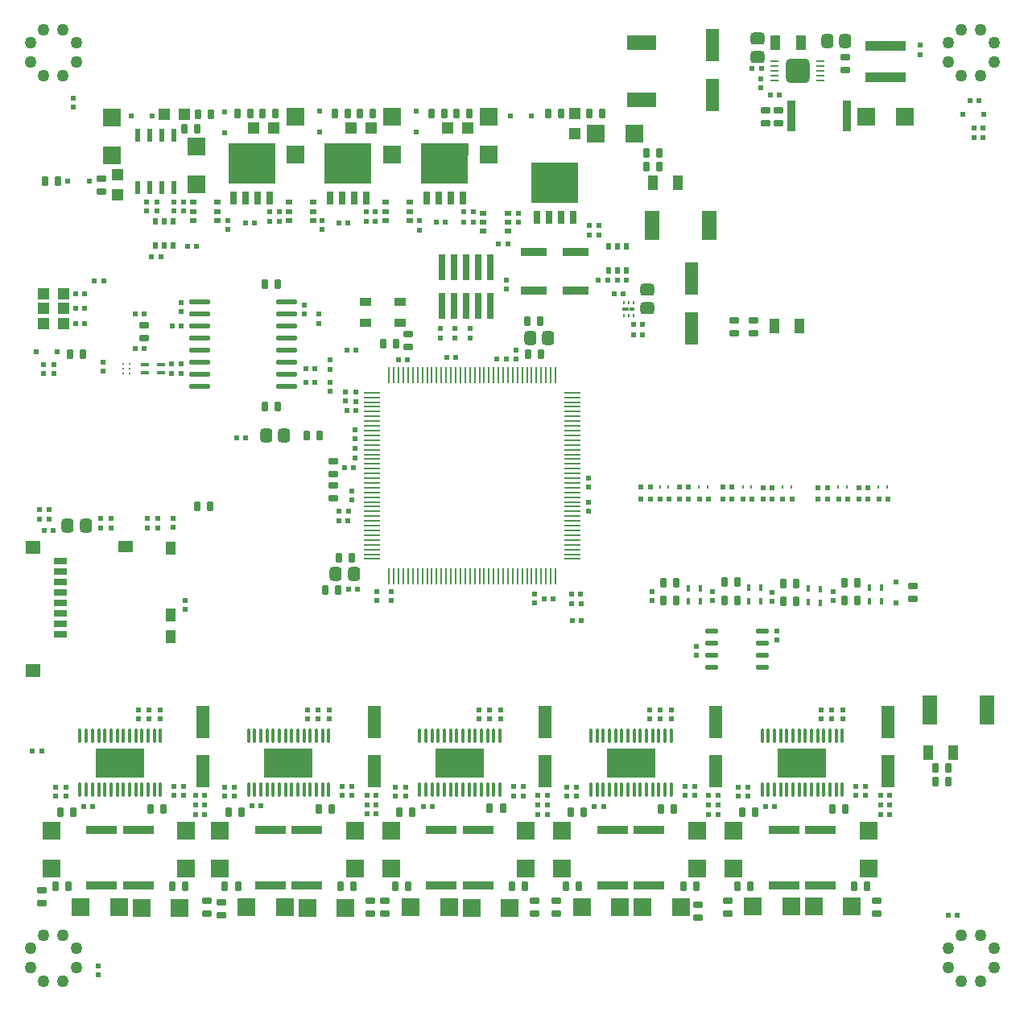
<source format=gtp>
G04 Layer_Color=8421504*
%FSLAX24Y24*%
%MOIN*%
G70*
G01*
G75*
%ADD12C,0.0500*%
%ADD26R,0.0110X0.0157*%
%ADD44R,0.0591X0.0453*%
%ADD134R,0.0256X0.0118*%
%ADD135R,0.0217X0.0118*%
G04:AMPARAMS|DCode=136|XSize=20mil|YSize=22mil|CornerRadius=3.4mil|HoleSize=0mil|Usage=FLASHONLY|Rotation=180.000|XOffset=0mil|YOffset=0mil|HoleType=Round|Shape=RoundedRectangle|*
%AMROUNDEDRECTD136*
21,1,0.0200,0.0152,0,0,180.0*
21,1,0.0132,0.0220,0,0,180.0*
1,1,0.0068,-0.0066,0.0076*
1,1,0.0068,0.0066,0.0076*
1,1,0.0068,0.0066,-0.0076*
1,1,0.0068,-0.0066,-0.0076*
%
%ADD136ROUNDEDRECTD136*%
%ADD137R,0.1279X0.0334*%
G04:AMPARAMS|DCode=138|XSize=20mil|YSize=22mil|CornerRadius=3.4mil|HoleSize=0mil|Usage=FLASHONLY|Rotation=270.000|XOffset=0mil|YOffset=0mil|HoleType=Round|Shape=RoundedRectangle|*
%AMROUNDEDRECTD138*
21,1,0.0200,0.0152,0,0,270.0*
21,1,0.0132,0.0220,0,0,270.0*
1,1,0.0068,-0.0076,-0.0066*
1,1,0.0068,-0.0076,0.0066*
1,1,0.0068,0.0076,0.0066*
1,1,0.0068,0.0076,-0.0066*
%
%ADD138ROUNDEDRECTD138*%
G04:AMPARAMS|DCode=139|XSize=27.1mil|YSize=37.4mil|CornerRadius=4.8mil|HoleSize=0mil|Usage=FLASHONLY|Rotation=0.000|XOffset=0mil|YOffset=0mil|HoleType=Round|Shape=RoundedRectangle|*
%AMROUNDEDRECTD139*
21,1,0.0271,0.0277,0,0,0.0*
21,1,0.0175,0.0374,0,0,0.0*
1,1,0.0097,0.0087,-0.0139*
1,1,0.0097,-0.0087,-0.0139*
1,1,0.0097,-0.0087,0.0139*
1,1,0.0097,0.0087,0.0139*
%
%ADD139ROUNDEDRECTD139*%
%ADD140R,0.0452X0.0334*%
%ADD141R,0.0216X0.0315*%
%ADD142R,0.0315X0.0216*%
%ADD143O,0.0571X0.0216*%
%ADD144O,0.0886X0.0216*%
G04:AMPARAMS|DCode=145|XSize=103mil|YSize=103mil|CornerRadius=25.3mil|HoleSize=0mil|Usage=FLASHONLY|Rotation=0.000|XOffset=0mil|YOffset=0mil|HoleType=Round|Shape=RoundedRectangle|*
%AMROUNDEDRECTD145*
21,1,0.1030,0.0525,0,0,0.0*
21,1,0.0525,0.1030,0,0,0.0*
1,1,0.0505,0.0263,-0.0263*
1,1,0.0505,-0.0263,-0.0263*
1,1,0.0505,-0.0263,0.0263*
1,1,0.0505,0.0263,0.0263*
%
%ADD145ROUNDEDRECTD145*%
%ADD146R,0.0382X0.0098*%
%ADD147O,0.0098X0.0689*%
%ADD148O,0.0689X0.0098*%
%ADD149R,0.1082X0.0374*%
G04:AMPARAMS|DCode=150|XSize=27.1mil|YSize=37.4mil|CornerRadius=4.8mil|HoleSize=0mil|Usage=FLASHONLY|Rotation=270.000|XOffset=0mil|YOffset=0mil|HoleType=Round|Shape=RoundedRectangle|*
%AMROUNDEDRECTD150*
21,1,0.0271,0.0277,0,0,270.0*
21,1,0.0175,0.0374,0,0,270.0*
1,1,0.0097,-0.0139,-0.0087*
1,1,0.0097,-0.0139,0.0087*
1,1,0.0097,0.0139,0.0087*
1,1,0.0097,0.0139,-0.0087*
%
%ADD150ROUNDEDRECTD150*%
%ADD151R,0.0334X0.1279*%
%ADD152R,0.1950X0.1680*%
%ADD153R,0.0260X0.0540*%
%ADD154R,0.0220X0.0580*%
%ADD155R,0.0460X0.0460*%
%ADD156R,0.0334X0.0137*%
%ADD157R,0.1653X0.0445*%
G04:AMPARAMS|DCode=158|XSize=50mil|YSize=58mil|CornerRadius=12mil|HoleSize=0mil|Usage=FLASHONLY|Rotation=0.000|XOffset=0mil|YOffset=0mil|HoleType=Round|Shape=RoundedRectangle|*
%AMROUNDEDRECTD158*
21,1,0.0500,0.0340,0,0,0.0*
21,1,0.0260,0.0580,0,0,0.0*
1,1,0.0240,0.0130,-0.0170*
1,1,0.0240,-0.0130,-0.0170*
1,1,0.0240,-0.0130,0.0170*
1,1,0.0240,0.0130,0.0170*
%
%ADD158ROUNDEDRECTD158*%
%ADD159R,0.0275X0.1082*%
%ADD160R,0.0433X0.0571*%
%ADD161R,0.0571X0.0295*%
%ADD162R,0.0649X0.0531*%
%ADD163R,0.0460X0.0460*%
%ADD164R,0.0770X0.0770*%
%ADD165R,0.0770X0.0770*%
%ADD166R,0.0220X0.0220*%
%ADD167R,0.0108X0.0086*%
%ADD168R,0.0180X0.0260*%
%ADD169R,0.0220X0.0220*%
%ADD170R,0.0610X0.1240*%
%ADD171R,0.1240X0.0610*%
G04:AMPARAMS|DCode=172|XSize=50mil|YSize=58mil|CornerRadius=12mil|HoleSize=0mil|Usage=FLASHONLY|Rotation=90.000|XOffset=0mil|YOffset=0mil|HoleType=Round|Shape=RoundedRectangle|*
%AMROUNDEDRECTD172*
21,1,0.0500,0.0340,0,0,90.0*
21,1,0.0260,0.0580,0,0,90.0*
1,1,0.0240,0.0170,0.0130*
1,1,0.0240,0.0170,-0.0130*
1,1,0.0240,-0.0170,-0.0130*
1,1,0.0240,-0.0170,0.0130*
%
%ADD172ROUNDEDRECTD172*%
%ADD173R,0.0413X0.0649*%
%ADD174R,0.0531X0.1319*%
%ADD175R,0.0098X0.0137*%
%ADD176O,0.0118X0.0649*%
%ADD177R,0.2035X0.1200*%
G36*
X17631Y33643D02*
Y33592D01*
X17419D01*
Y33643D01*
X17454Y33679D01*
X17596D01*
X17631Y33643D01*
D02*
G37*
G36*
X18010D02*
Y33592D01*
X17800D01*
Y33643D01*
X17840Y33679D01*
X17980D01*
X18010Y33643D01*
D02*
G37*
G36*
X17257Y33640D02*
Y33592D01*
X17116D01*
Y33683D01*
X17214D01*
X17257Y33640D01*
D02*
G37*
G36*
X14000Y33643D02*
Y33592D01*
X13790D01*
Y33643D01*
X13830Y33679D01*
X13970D01*
X14000Y33643D01*
D02*
G37*
G36*
X14300Y33592D02*
X14170D01*
Y33640D01*
X14210Y33683D01*
X14300D01*
Y33592D01*
D02*
G37*
G36*
X21808Y34200D02*
X21773Y34170D01*
X21623D01*
X21584Y34210D01*
Y34450D01*
X21808D01*
Y34200D01*
D02*
G37*
G36*
X22186D02*
X22151Y34170D01*
X22001D01*
X21962Y34210D01*
Y34450D01*
X22186D01*
Y34200D01*
D02*
G37*
G36*
X23235Y33930D02*
X23135D01*
Y34450D01*
X23235D01*
Y33930D01*
D02*
G37*
G36*
X18310Y33592D02*
X18180D01*
Y33640D01*
X18220Y33683D01*
X18310D01*
Y33592D01*
D02*
G37*
G36*
X21415Y33930D02*
X21304D01*
Y34450D01*
X21415D01*
Y33930D01*
D02*
G37*
G36*
X22865Y32792D02*
X22735D01*
Y32840D01*
X22775Y32883D01*
X22865D01*
Y32792D01*
D02*
G37*
G36*
X9262Y33640D02*
Y33592D01*
X9120D01*
Y33683D01*
X9219D01*
X9262Y33640D01*
D02*
G37*
G36*
X22565Y32843D02*
Y32792D01*
X22355D01*
Y32843D01*
X22395Y32879D01*
X22535D01*
X22565Y32843D01*
D02*
G37*
G36*
X21812Y32840D02*
Y32792D01*
X21670D01*
Y32883D01*
X21769D01*
X21812Y32840D01*
D02*
G37*
G36*
X22186Y32843D02*
Y32792D01*
X21974D01*
Y32843D01*
X22009Y32879D01*
X22151D01*
X22186Y32843D01*
D02*
G37*
G36*
X13247Y33640D02*
Y33592D01*
X13106D01*
Y33683D01*
X13204D01*
X13247Y33640D01*
D02*
G37*
G36*
X13621Y33643D02*
Y33592D01*
X13409D01*
Y33643D01*
X13444Y33679D01*
X13586D01*
X13621Y33643D01*
D02*
G37*
G36*
X10315Y33592D02*
X10185D01*
Y33640D01*
X10225Y33683D01*
X10315D01*
Y33592D01*
D02*
G37*
G36*
X9636Y33643D02*
Y33592D01*
X9424D01*
Y33643D01*
X9459Y33679D01*
X9601D01*
X9636Y33643D01*
D02*
G37*
G36*
X10015D02*
Y33592D01*
X9805D01*
Y33643D01*
X9845Y33679D01*
X9985D01*
X10015Y33643D01*
D02*
G37*
G36*
X13621Y35000D02*
X13586Y34970D01*
X13436D01*
X13397Y35010D01*
Y35250D01*
X13621D01*
Y35000D01*
D02*
G37*
G36*
X14000Y35010D02*
X13960Y34970D01*
X13820D01*
X13780Y35010D01*
Y35250D01*
X14000D01*
Y35010D01*
D02*
G37*
G36*
X13243Y35000D02*
X13208Y34970D01*
X13058D01*
X13019Y35010D01*
Y35250D01*
X13243D01*
Y35000D01*
D02*
G37*
G36*
X10015Y35010D02*
X9975Y34970D01*
X9835D01*
X9795Y35010D01*
Y35250D01*
X10015D01*
Y35010D01*
D02*
G37*
G36*
X10385D02*
X10355Y34970D01*
X10205D01*
X10165Y35010D01*
Y35250D01*
X10385D01*
Y35010D01*
D02*
G37*
G36*
X18010D02*
X17970Y34970D01*
X17830D01*
X17790Y35010D01*
Y35250D01*
X18010D01*
Y35010D01*
D02*
G37*
G36*
X18380D02*
X18350Y34970D01*
X18200D01*
X18160Y35010D01*
Y35250D01*
X18380D01*
Y35010D01*
D02*
G37*
G36*
X17631Y35000D02*
X17596Y34970D01*
X17446D01*
X17407Y35010D01*
Y35250D01*
X17631D01*
Y35000D01*
D02*
G37*
G36*
X14370Y35010D02*
X14340Y34970D01*
X14190D01*
X14150Y35010D01*
Y35250D01*
X14370D01*
Y35010D01*
D02*
G37*
G36*
X17253Y35000D02*
X17218Y34970D01*
X17068D01*
X17029Y35010D01*
Y35250D01*
X17253D01*
Y35000D01*
D02*
G37*
G36*
X10685Y34730D02*
X10585D01*
Y35250D01*
X10685D01*
Y34730D01*
D02*
G37*
G36*
X12850D02*
X12739D01*
Y35250D01*
X12850D01*
Y34730D01*
D02*
G37*
G36*
X8865D02*
X8754D01*
Y35250D01*
X8865D01*
Y34730D01*
D02*
G37*
G36*
X22565Y34210D02*
X22525Y34170D01*
X22385D01*
X22345Y34210D01*
Y34450D01*
X22565D01*
Y34210D01*
D02*
G37*
G36*
X22935D02*
X22905Y34170D01*
X22755D01*
X22715Y34210D01*
Y34450D01*
X22935D01*
Y34210D01*
D02*
G37*
G36*
X9258Y35000D02*
X9223Y34970D01*
X9073D01*
X9034Y35010D01*
Y35250D01*
X9258D01*
Y35000D01*
D02*
G37*
G36*
X9636D02*
X9601Y34970D01*
X9451D01*
X9412Y35010D01*
Y35250D01*
X9636D01*
Y35000D01*
D02*
G37*
G36*
X18680Y34730D02*
X18580D01*
Y35250D01*
X18680D01*
Y34730D01*
D02*
G37*
G36*
X14670D02*
X14570D01*
Y35250D01*
X14670D01*
Y34730D01*
D02*
G37*
G36*
X16860D02*
X16749D01*
Y35250D01*
X16860D01*
Y34730D01*
D02*
G37*
D12*
X40445Y1106D02*
D03*
Y1894D02*
D03*
X39894Y2445D02*
D03*
X39106D02*
D03*
X38555Y1894D02*
D03*
Y1106D02*
D03*
X39106Y555D02*
D03*
X39894D02*
D03*
X40445Y38606D02*
D03*
Y39394D02*
D03*
X39894Y39945D02*
D03*
X39106D02*
D03*
X38555Y39394D02*
D03*
Y38606D02*
D03*
X39106Y38055D02*
D03*
X39894D02*
D03*
X2445Y38606D02*
D03*
Y39394D02*
D03*
X1894Y39945D02*
D03*
X1106D02*
D03*
X555Y39394D02*
D03*
Y38606D02*
D03*
X1106Y38055D02*
D03*
X1894D02*
D03*
X2445Y1106D02*
D03*
Y1894D02*
D03*
X1894Y2445D02*
D03*
X1106D02*
D03*
X555Y1894D02*
D03*
Y1106D02*
D03*
X1106Y555D02*
D03*
X1894D02*
D03*
D26*
X25123Y28114D02*
D03*
X25320D02*
D03*
X25517D02*
D03*
Y28626D02*
D03*
X25320D02*
D03*
X25123D02*
D03*
D44*
X4493Y18549D02*
D03*
D134*
X25192Y28370D02*
D03*
D135*
X25468D02*
D03*
D136*
X21949Y8234D02*
D03*
X21570D02*
D03*
X6789Y25720D02*
D03*
X6410D02*
D03*
X12339Y25900D02*
D03*
X11960D02*
D03*
X6789Y26110D02*
D03*
X6410D02*
D03*
X12329Y25350D02*
D03*
X11950D02*
D03*
X13939Y21820D02*
D03*
X13560D02*
D03*
X13650Y26690D02*
D03*
X14029D02*
D03*
X23349Y16170D02*
D03*
X22970D02*
D03*
X3201Y29550D02*
D03*
X3580D02*
D03*
X1019Y10060D02*
D03*
X640D02*
D03*
X38551Y3280D02*
D03*
X38930D02*
D03*
X39447Y37006D02*
D03*
X39826D02*
D03*
X1320Y19690D02*
D03*
X941D02*
D03*
X39616Y35467D02*
D03*
X39995D02*
D03*
X30433Y38334D02*
D03*
X30812D02*
D03*
X2800Y29010D02*
D03*
X2421D02*
D03*
X24850Y29560D02*
D03*
X25229D02*
D03*
X23710Y31850D02*
D03*
X24089D02*
D03*
X23710Y31430D02*
D03*
X24089D02*
D03*
X18510Y32400D02*
D03*
X18889D02*
D03*
X22961Y16570D02*
D03*
X23340D02*
D03*
X18510Y31970D02*
D03*
X18889D02*
D03*
X17360D02*
D03*
X17739D02*
D03*
X14450Y32400D02*
D03*
X14829D02*
D03*
X14450Y32000D02*
D03*
X14829D02*
D03*
X13330Y31950D02*
D03*
X13709D02*
D03*
X10470Y32400D02*
D03*
X10849D02*
D03*
X10470Y32000D02*
D03*
X10849D02*
D03*
X23359Y15480D02*
D03*
X22980D02*
D03*
X9460Y31940D02*
D03*
X9839D02*
D03*
X7061Y30990D02*
D03*
X7440D02*
D03*
X9460Y23040D02*
D03*
X9081D02*
D03*
X14869Y7460D02*
D03*
X14490D02*
D03*
X7759Y7450D02*
D03*
X7380D02*
D03*
X36129Y8240D02*
D03*
X35750D02*
D03*
X29019Y8230D02*
D03*
X28640D02*
D03*
X14869Y8240D02*
D03*
X14490D02*
D03*
X7759D02*
D03*
X7380D02*
D03*
X34400Y20520D02*
D03*
X34021D02*
D03*
X30440D02*
D03*
X30061D02*
D03*
X27010Y20519D02*
D03*
X26631D02*
D03*
X33171Y20520D02*
D03*
X33550D02*
D03*
X29231D02*
D03*
X29610D02*
D03*
X25841Y21000D02*
D03*
X26220D02*
D03*
X36060Y20520D02*
D03*
X35681D02*
D03*
X32090D02*
D03*
X31711D02*
D03*
X28630D02*
D03*
X28251D02*
D03*
X34851D02*
D03*
X35230D02*
D03*
X30881D02*
D03*
X31260D02*
D03*
X27431D02*
D03*
X27810D02*
D03*
X2420Y27790D02*
D03*
X2799D02*
D03*
X2420Y28400D02*
D03*
X2799D02*
D03*
X17780Y26370D02*
D03*
X18159D02*
D03*
X30992Y7770D02*
D03*
X31369D02*
D03*
X23903D02*
D03*
X24280D02*
D03*
X9726Y7800D02*
D03*
X10103D02*
D03*
X2757Y7770D02*
D03*
X3134D02*
D03*
X6420Y27660D02*
D03*
X6797D02*
D03*
X4900Y28180D02*
D03*
X5277D02*
D03*
X5270Y26730D02*
D03*
X4893D02*
D03*
X36127Y7840D02*
D03*
X35750D02*
D03*
X29017D02*
D03*
X28640D02*
D03*
X14867Y7850D02*
D03*
X14490D02*
D03*
X7757Y7840D02*
D03*
X7380D02*
D03*
X39992Y35867D02*
D03*
X39615D02*
D03*
X943Y20090D02*
D03*
X1320D02*
D03*
X31196Y37254D02*
D03*
X31573D02*
D03*
X35750Y7450D02*
D03*
X36127D02*
D03*
X28640D02*
D03*
X29017D02*
D03*
X25533Y27740D02*
D03*
X25910D02*
D03*
X25533Y27310D02*
D03*
X25910D02*
D03*
X25107Y29020D02*
D03*
X24730D02*
D03*
X22210Y16360D02*
D03*
X21833D02*
D03*
X19870Y26320D02*
D03*
X20247D02*
D03*
X33173Y20990D02*
D03*
X33550D02*
D03*
X29233Y21000D02*
D03*
X29610D02*
D03*
X25843Y20520D02*
D03*
X26220D02*
D03*
X13330Y19600D02*
D03*
X13707D02*
D03*
X13660Y24160D02*
D03*
X14037D02*
D03*
X13340Y20000D02*
D03*
X13717D02*
D03*
X34853Y20990D02*
D03*
X35230D02*
D03*
X30883D02*
D03*
X31260D02*
D03*
X27433Y21000D02*
D03*
X27810D02*
D03*
X14090Y16760D02*
D03*
X13713D02*
D03*
X16160Y26280D02*
D03*
X15783D02*
D03*
X16817Y7770D02*
D03*
X17194D02*
D03*
X21570Y7830D02*
D03*
X21947D02*
D03*
X21570Y7450D02*
D03*
X21947D02*
D03*
X24070Y29560D02*
D03*
X24447D02*
D03*
X20320Y31070D02*
D03*
X19943D02*
D03*
X5950Y30540D02*
D03*
X5573D02*
D03*
X1120Y19220D02*
D03*
X1497D02*
D03*
D137*
X19091Y6821D02*
D03*
Y4499D02*
D03*
X17571Y6821D02*
D03*
Y4499D02*
D03*
X31746Y6821D02*
D03*
Y4499D02*
D03*
X24657Y6821D02*
D03*
Y4499D02*
D03*
X10480Y6821D02*
D03*
Y4499D02*
D03*
X3511Y6821D02*
D03*
Y4499D02*
D03*
X33266Y6821D02*
D03*
Y4499D02*
D03*
X26177Y6821D02*
D03*
Y4499D02*
D03*
X12000Y6821D02*
D03*
Y4499D02*
D03*
X5031Y6821D02*
D03*
Y4499D02*
D03*
D138*
X3880Y19320D02*
D03*
Y19699D02*
D03*
X3460Y19320D02*
D03*
Y19699D02*
D03*
X5410Y19700D02*
D03*
Y19321D02*
D03*
X6455Y19325D02*
D03*
Y19704D02*
D03*
X1110Y25713D02*
D03*
Y26090D02*
D03*
X1540Y25710D02*
D03*
Y26089D02*
D03*
X13600Y24560D02*
D03*
Y24939D02*
D03*
X12950Y26269D02*
D03*
Y25890D02*
D03*
Y24961D02*
D03*
Y25340D02*
D03*
X2340Y36741D02*
D03*
Y37120D02*
D03*
X3350Y1189D02*
D03*
Y810D02*
D03*
X5830Y19700D02*
D03*
Y19321D02*
D03*
X30780Y37530D02*
D03*
Y37909D02*
D03*
X19124Y11410D02*
D03*
Y11789D02*
D03*
X19554Y11790D02*
D03*
Y11411D02*
D03*
X15671Y8587D02*
D03*
Y8208D02*
D03*
X20570Y8220D02*
D03*
Y8599D02*
D03*
X20970D02*
D03*
Y8220D02*
D03*
X20750Y31970D02*
D03*
Y32349D02*
D03*
X6890Y32430D02*
D03*
Y32809D02*
D03*
X6480Y32810D02*
D03*
Y32431D02*
D03*
X5790Y32810D02*
D03*
Y32431D02*
D03*
X5360Y32810D02*
D03*
Y32431D02*
D03*
X33300Y11410D02*
D03*
Y11789D02*
D03*
X26210Y11410D02*
D03*
Y11789D02*
D03*
X12033Y11410D02*
D03*
Y11789D02*
D03*
X5044Y11410D02*
D03*
Y11789D02*
D03*
X33730Y11790D02*
D03*
Y11411D02*
D03*
X26640Y11790D02*
D03*
Y11411D02*
D03*
X12463Y11790D02*
D03*
Y11411D02*
D03*
X5474Y11790D02*
D03*
Y11411D02*
D03*
X29846Y8208D02*
D03*
Y8587D02*
D03*
X22757Y8208D02*
D03*
Y8587D02*
D03*
X8580Y8208D02*
D03*
Y8587D02*
D03*
X1611Y8208D02*
D03*
Y8587D02*
D03*
X34740Y8609D02*
D03*
Y8230D02*
D03*
X27660Y8609D02*
D03*
Y8230D02*
D03*
X35140D02*
D03*
Y8609D02*
D03*
X28060Y8230D02*
D03*
Y8609D02*
D03*
X13870Y8230D02*
D03*
Y8609D02*
D03*
X6910Y8230D02*
D03*
Y8609D02*
D03*
X28140Y14041D02*
D03*
Y14420D02*
D03*
X20250Y29201D02*
D03*
Y29580D02*
D03*
X18750Y27181D02*
D03*
Y27560D02*
D03*
X18130Y27559D02*
D03*
Y27180D02*
D03*
X6970Y16310D02*
D03*
Y15931D02*
D03*
X6800Y28270D02*
D03*
Y28647D02*
D03*
X11900Y28170D02*
D03*
Y28547D02*
D03*
X12480Y28160D02*
D03*
Y27783D02*
D03*
X14880Y16670D02*
D03*
Y16293D02*
D03*
X15510Y16670D02*
D03*
Y16293D02*
D03*
X14020Y24553D02*
D03*
Y24930D02*
D03*
X17530Y27183D02*
D03*
Y27560D02*
D03*
X33790Y16297D02*
D03*
Y16674D02*
D03*
X31260Y16267D02*
D03*
Y16644D02*
D03*
X28800Y16684D02*
D03*
Y16307D02*
D03*
X26290Y16669D02*
D03*
Y16292D02*
D03*
X13470Y8230D02*
D03*
Y8607D02*
D03*
X6510Y8230D02*
D03*
Y8607D02*
D03*
X37380Y38923D02*
D03*
Y39300D02*
D03*
X23670Y21390D02*
D03*
Y21013D02*
D03*
X13990Y23000D02*
D03*
Y23377D02*
D03*
X21420Y16210D02*
D03*
Y16587D02*
D03*
X23660Y20010D02*
D03*
Y20387D02*
D03*
X20650Y26690D02*
D03*
Y26313D02*
D03*
X14000Y22600D02*
D03*
Y22223D02*
D03*
X13850Y20470D02*
D03*
Y20847D02*
D03*
X20024Y11410D02*
D03*
Y11787D02*
D03*
X16084Y8210D02*
D03*
Y8587D02*
D03*
X16660Y32030D02*
D03*
Y31653D02*
D03*
X12630Y32040D02*
D03*
Y31663D02*
D03*
X8720Y32040D02*
D03*
Y31663D02*
D03*
X34190Y11787D02*
D03*
Y11410D02*
D03*
X27110Y11787D02*
D03*
Y11410D02*
D03*
X12930Y11787D02*
D03*
Y11410D02*
D03*
X5944Y11787D02*
D03*
Y11410D02*
D03*
X30259Y8587D02*
D03*
Y8210D02*
D03*
X23170Y8587D02*
D03*
Y8210D02*
D03*
X8993Y8587D02*
D03*
Y8210D02*
D03*
X2024Y8587D02*
D03*
Y8210D02*
D03*
X3550Y26190D02*
D03*
Y25813D02*
D03*
X31460Y15037D02*
D03*
Y14660D02*
D03*
D139*
X7462Y20210D02*
D03*
X7998D02*
D03*
X13848Y18070D02*
D03*
X13312D02*
D03*
X21162Y26500D02*
D03*
X21698D02*
D03*
X34272Y16300D02*
D03*
X34808D02*
D03*
X31742Y16270D02*
D03*
X32278D02*
D03*
X29282Y16310D02*
D03*
X29818D02*
D03*
X26772Y16294D02*
D03*
X27308D02*
D03*
X34272Y17050D02*
D03*
X34808D02*
D03*
X31742Y17020D02*
D03*
X32278D02*
D03*
X29282Y17060D02*
D03*
X29818D02*
D03*
X26772Y17044D02*
D03*
X27308D02*
D03*
X24218Y36470D02*
D03*
X23682D02*
D03*
X18182D02*
D03*
X18718D02*
D03*
X14182Y36470D02*
D03*
X14718D02*
D03*
X10152Y36470D02*
D03*
X10688D02*
D03*
X8018Y36430D02*
D03*
X7482D02*
D03*
X2182Y26510D02*
D03*
X2718D02*
D03*
X10808Y29410D02*
D03*
X10272D02*
D03*
X15162Y26950D02*
D03*
X15698D02*
D03*
X38558Y9360D02*
D03*
X38022D02*
D03*
X38558Y8820D02*
D03*
X38022D02*
D03*
X11992Y23150D02*
D03*
X12528D02*
D03*
X12752Y16750D02*
D03*
X13288D02*
D03*
X21678Y27860D02*
D03*
X21142D02*
D03*
X26608Y34840D02*
D03*
X26072D02*
D03*
X26608Y34290D02*
D03*
X26072D02*
D03*
X19576Y7700D02*
D03*
X20112D02*
D03*
X16378Y7530D02*
D03*
X15842D02*
D03*
X20493Y4470D02*
D03*
X21029D02*
D03*
X15653Y4460D02*
D03*
X16189D02*
D03*
X21992Y36470D02*
D03*
X22528D02*
D03*
X17172Y36470D02*
D03*
X17708D02*
D03*
X13162Y36470D02*
D03*
X13698D02*
D03*
X9142D02*
D03*
X9678D02*
D03*
X6932Y35850D02*
D03*
X7468D02*
D03*
X1688Y33690D02*
D03*
X1152D02*
D03*
X33751Y7690D02*
D03*
X34286D02*
D03*
X26662D02*
D03*
X27198D02*
D03*
X12485D02*
D03*
X13021D02*
D03*
X5517D02*
D03*
X6052D02*
D03*
X30553Y7540D02*
D03*
X30018D02*
D03*
X23465D02*
D03*
X22929D02*
D03*
X9288D02*
D03*
X8752D02*
D03*
X2319D02*
D03*
X1784D02*
D03*
X35203Y4470D02*
D03*
X34668D02*
D03*
X28115D02*
D03*
X27579D02*
D03*
X13938D02*
D03*
X13402D02*
D03*
X6969D02*
D03*
X6434D02*
D03*
X30363Y4460D02*
D03*
X29828D02*
D03*
X23275D02*
D03*
X22739D02*
D03*
X9147D02*
D03*
X8611D02*
D03*
X2128Y4470D02*
D03*
X1592D02*
D03*
X10808Y24350D02*
D03*
X10272D02*
D03*
D140*
X14422Y28673D02*
D03*
X15878D02*
D03*
Y27807D02*
D03*
X14422D02*
D03*
D141*
X24486Y29968D02*
D03*
X24860D02*
D03*
X25234D02*
D03*
Y30972D02*
D03*
X24860D02*
D03*
X24486D02*
D03*
X5726Y30998D02*
D03*
X6100D02*
D03*
X6474D02*
D03*
Y32002D02*
D03*
X6100D02*
D03*
X5726D02*
D03*
D142*
X20312Y31606D02*
D03*
Y31980D02*
D03*
Y32354D02*
D03*
X19308D02*
D03*
Y31980D02*
D03*
Y31606D02*
D03*
X16252Y32046D02*
D03*
Y32420D02*
D03*
Y32794D02*
D03*
X15248D02*
D03*
Y32420D02*
D03*
Y32046D02*
D03*
X12272D02*
D03*
Y32420D02*
D03*
Y32794D02*
D03*
X11268D02*
D03*
Y32420D02*
D03*
Y32046D02*
D03*
X8302D02*
D03*
Y32420D02*
D03*
Y32794D02*
D03*
X7298D02*
D03*
Y32420D02*
D03*
Y32046D02*
D03*
D143*
X28747Y15040D02*
D03*
Y14540D02*
D03*
Y14040D02*
D03*
Y13540D02*
D03*
X30873Y15040D02*
D03*
Y14540D02*
D03*
Y14040D02*
D03*
Y13540D02*
D03*
D144*
X7549Y28660D02*
D03*
Y28160D02*
D03*
Y27660D02*
D03*
Y27160D02*
D03*
Y26660D02*
D03*
Y26160D02*
D03*
Y25660D02*
D03*
Y25160D02*
D03*
X11151Y28660D02*
D03*
Y28160D02*
D03*
Y27660D02*
D03*
Y27160D02*
D03*
Y26660D02*
D03*
Y26160D02*
D03*
Y25660D02*
D03*
Y25160D02*
D03*
D145*
X32313Y38244D02*
D03*
D146*
X33258Y37851D02*
D03*
Y38047D02*
D03*
Y38244D02*
D03*
Y38441D02*
D03*
Y38638D02*
D03*
X31368Y37851D02*
D03*
Y38047D02*
D03*
Y38244D02*
D03*
Y38441D02*
D03*
Y38638D02*
D03*
D147*
X22295Y25625D02*
D03*
X22098D02*
D03*
X21901D02*
D03*
X21704D02*
D03*
X21507D02*
D03*
X21311D02*
D03*
X21114D02*
D03*
X20917D02*
D03*
X20720D02*
D03*
X20523D02*
D03*
X20326D02*
D03*
X20130D02*
D03*
X19933D02*
D03*
X19736D02*
D03*
X19539D02*
D03*
X19342D02*
D03*
X19145D02*
D03*
X18948D02*
D03*
X18752D02*
D03*
X18555D02*
D03*
X18358D02*
D03*
X18161D02*
D03*
X17964D02*
D03*
X17767D02*
D03*
X17570D02*
D03*
X17374D02*
D03*
X17177D02*
D03*
X16980D02*
D03*
X16783D02*
D03*
X16586D02*
D03*
X16389D02*
D03*
X16193D02*
D03*
X15996D02*
D03*
X15799D02*
D03*
X15602D02*
D03*
X15405D02*
D03*
Y17317D02*
D03*
X15602D02*
D03*
X15799D02*
D03*
X15996D02*
D03*
X16193D02*
D03*
X16389D02*
D03*
X16586D02*
D03*
X16783D02*
D03*
X16980D02*
D03*
X17177D02*
D03*
X17374D02*
D03*
X17570D02*
D03*
X17767D02*
D03*
X17964D02*
D03*
X18161D02*
D03*
X18358D02*
D03*
X18555D02*
D03*
X18752D02*
D03*
X18948D02*
D03*
X19145D02*
D03*
X19342D02*
D03*
X19539D02*
D03*
X19736D02*
D03*
X19933D02*
D03*
X20130D02*
D03*
X20326D02*
D03*
X20523D02*
D03*
X20720D02*
D03*
X20917D02*
D03*
X21114D02*
D03*
X21311D02*
D03*
X21507D02*
D03*
X21704D02*
D03*
X21901D02*
D03*
X22098D02*
D03*
X22295D02*
D03*
D148*
X14696Y24916D02*
D03*
Y24719D02*
D03*
Y24522D02*
D03*
Y24325D02*
D03*
Y24128D02*
D03*
Y23932D02*
D03*
Y23735D02*
D03*
Y23538D02*
D03*
Y23341D02*
D03*
Y23144D02*
D03*
Y22947D02*
D03*
Y22751D02*
D03*
Y22554D02*
D03*
Y22357D02*
D03*
Y22160D02*
D03*
Y21963D02*
D03*
Y21766D02*
D03*
Y21569D02*
D03*
Y21373D02*
D03*
Y21176D02*
D03*
Y20979D02*
D03*
Y20782D02*
D03*
Y20585D02*
D03*
Y20388D02*
D03*
Y20192D02*
D03*
Y19995D02*
D03*
Y19798D02*
D03*
Y19601D02*
D03*
Y19404D02*
D03*
Y19207D02*
D03*
Y19010D02*
D03*
Y18814D02*
D03*
Y18617D02*
D03*
Y18420D02*
D03*
Y18223D02*
D03*
Y18026D02*
D03*
X23004D02*
D03*
Y18223D02*
D03*
Y18420D02*
D03*
Y18617D02*
D03*
Y18814D02*
D03*
Y19010D02*
D03*
Y19207D02*
D03*
Y19404D02*
D03*
Y19601D02*
D03*
Y19798D02*
D03*
Y19995D02*
D03*
Y20192D02*
D03*
Y20388D02*
D03*
Y20585D02*
D03*
Y20782D02*
D03*
Y20979D02*
D03*
Y21176D02*
D03*
Y21373D02*
D03*
Y21569D02*
D03*
Y21766D02*
D03*
Y21963D02*
D03*
Y22160D02*
D03*
Y22357D02*
D03*
Y22554D02*
D03*
Y22751D02*
D03*
Y22947D02*
D03*
Y23144D02*
D03*
Y23341D02*
D03*
Y23538D02*
D03*
Y23735D02*
D03*
Y23932D02*
D03*
Y24128D02*
D03*
Y24325D02*
D03*
Y24522D02*
D03*
Y24719D02*
D03*
Y24916D02*
D03*
D149*
X23116Y30727D02*
D03*
X21384Y29153D02*
D03*
X23116D02*
D03*
X21384Y30727D02*
D03*
D150*
X37090Y16372D02*
D03*
Y16908D02*
D03*
X30980Y36062D02*
D03*
Y36598D02*
D03*
X31533D02*
D03*
Y36062D02*
D03*
X3500Y33788D02*
D03*
Y33252D02*
D03*
X5270Y27182D02*
D03*
Y27718D02*
D03*
X16210Y27338D02*
D03*
Y26802D02*
D03*
X34293Y38802D02*
D03*
Y38267D02*
D03*
X13090Y22068D02*
D03*
Y21532D02*
D03*
X29700Y27898D02*
D03*
Y27362D02*
D03*
X30480Y27898D02*
D03*
Y27362D02*
D03*
X13090Y21068D02*
D03*
Y20532D02*
D03*
X21421Y3332D02*
D03*
Y3868D02*
D03*
X15241Y3332D02*
D03*
Y3868D02*
D03*
X35596D02*
D03*
Y3332D02*
D03*
X28210Y3718D02*
D03*
Y3182D02*
D03*
X14625Y3868D02*
D03*
Y3332D02*
D03*
X7855Y3868D02*
D03*
Y3332D02*
D03*
X29430Y3868D02*
D03*
Y3332D02*
D03*
X22327Y3868D02*
D03*
Y3332D02*
D03*
X8455Y3801D02*
D03*
Y3266D02*
D03*
X1043Y4323D02*
D03*
Y3787D02*
D03*
D151*
X32052Y36374D02*
D03*
X34375D02*
D03*
D152*
X22265Y33610D02*
D03*
X17710Y34410D02*
D03*
X13700D02*
D03*
X9715D02*
D03*
D153*
X23015Y32166D02*
D03*
X22515D02*
D03*
X22015D02*
D03*
X21515D02*
D03*
X18460Y32966D02*
D03*
X17960D02*
D03*
X17460D02*
D03*
X16960D02*
D03*
X14450D02*
D03*
X13950D02*
D03*
X13450D02*
D03*
X12950D02*
D03*
X10465D02*
D03*
X9965D02*
D03*
X9465D02*
D03*
X8965D02*
D03*
D154*
X5480Y33407D02*
D03*
Y35580D02*
D03*
X4980Y33407D02*
D03*
X5980D02*
D03*
X6480D02*
D03*
X4980Y35580D02*
D03*
X5980D02*
D03*
X6480D02*
D03*
D155*
X1080Y29010D02*
D03*
X1913D02*
D03*
X17820Y35890D02*
D03*
X18653D02*
D03*
X1080Y27790D02*
D03*
X1913D02*
D03*
X13830Y35890D02*
D03*
X14663D02*
D03*
X9810D02*
D03*
X10643D02*
D03*
X6090Y36430D02*
D03*
X6923D02*
D03*
X1080Y28400D02*
D03*
X1913D02*
D03*
D156*
X5975Y25753D02*
D03*
X5305D02*
D03*
Y26067D02*
D03*
X5975D02*
D03*
D157*
X35963Y39266D02*
D03*
Y37963D02*
D03*
D158*
X11070Y23130D02*
D03*
X10316D02*
D03*
X13210Y17420D02*
D03*
X13964D02*
D03*
X22010Y27190D02*
D03*
X21256D02*
D03*
X33553Y39484D02*
D03*
X34307D02*
D03*
X2850Y19400D02*
D03*
X2096D02*
D03*
D159*
X19590Y30109D02*
D03*
Y28511D02*
D03*
X19090Y30109D02*
D03*
Y28511D02*
D03*
X18590Y30109D02*
D03*
Y28511D02*
D03*
X18090Y30109D02*
D03*
Y28511D02*
D03*
X17590Y30109D02*
D03*
Y28511D02*
D03*
D160*
X6354Y14818D02*
D03*
Y15724D02*
D03*
Y18480D02*
D03*
D161*
X1796Y17929D02*
D03*
Y17495D02*
D03*
Y17062D02*
D03*
Y16629D02*
D03*
Y16196D02*
D03*
Y15763D02*
D03*
Y15330D02*
D03*
Y14897D02*
D03*
D162*
X655Y13421D02*
D03*
Y18499D02*
D03*
D163*
X4150Y33100D02*
D03*
Y33933D02*
D03*
X23110Y35640D02*
D03*
Y36473D02*
D03*
D164*
X32993Y3630D02*
D03*
X34570D02*
D03*
X25903Y3600D02*
D03*
X27480D02*
D03*
X12018Y3590D02*
D03*
X13595D02*
D03*
X5148D02*
D03*
X6725D02*
D03*
X32053Y3630D02*
D03*
X30476D02*
D03*
X24965Y3600D02*
D03*
X23387D02*
D03*
X11083D02*
D03*
X9505D02*
D03*
X4213D02*
D03*
X2635D02*
D03*
X36751Y36354D02*
D03*
X35173D02*
D03*
X20391Y3590D02*
D03*
X18814D02*
D03*
X16301Y3600D02*
D03*
X17879D02*
D03*
X25547Y35630D02*
D03*
X23970D02*
D03*
D165*
X35246Y6787D02*
D03*
Y5210D02*
D03*
X28157Y6787D02*
D03*
Y5210D02*
D03*
X13980Y6787D02*
D03*
Y5210D02*
D03*
X7011Y6787D02*
D03*
Y5210D02*
D03*
X29666Y6787D02*
D03*
Y5210D02*
D03*
X22577Y6787D02*
D03*
Y5210D02*
D03*
X8400Y6787D02*
D03*
Y5210D02*
D03*
X1431Y6787D02*
D03*
Y5210D02*
D03*
X21071D02*
D03*
Y6787D02*
D03*
X15491Y5210D02*
D03*
Y6787D02*
D03*
X19530Y36337D02*
D03*
Y34760D02*
D03*
X15530Y36357D02*
D03*
Y34780D02*
D03*
X11540Y36357D02*
D03*
Y34780D02*
D03*
X7420Y35117D02*
D03*
Y33540D02*
D03*
X3920Y34733D02*
D03*
Y36310D02*
D03*
D166*
X1660Y26620D02*
D03*
X787D02*
D03*
X39152Y36457D02*
D03*
X40025D02*
D03*
X21293Y36380D02*
D03*
X20420D02*
D03*
X5603D02*
D03*
X4730D02*
D03*
X2107Y33680D02*
D03*
X2980D02*
D03*
D167*
X4663Y25713D02*
D03*
Y25910D02*
D03*
X4397Y25713D02*
D03*
Y25910D02*
D03*
X4663Y26107D02*
D03*
X4397D02*
D03*
D168*
X35790Y16274D02*
D03*
Y16826D02*
D03*
X33270Y16776D02*
D03*
Y16224D02*
D03*
X30800Y16284D02*
D03*
Y16836D02*
D03*
X28290Y16820D02*
D03*
Y16269D02*
D03*
X35290Y16826D02*
D03*
Y16274D02*
D03*
X32760Y16244D02*
D03*
Y16796D02*
D03*
X30300Y16284D02*
D03*
Y16836D02*
D03*
X27790Y16820D02*
D03*
Y16269D02*
D03*
D169*
X36410Y17073D02*
D03*
Y16200D02*
D03*
X16520Y35717D02*
D03*
Y36590D02*
D03*
X12540Y35717D02*
D03*
Y36590D02*
D03*
X8600Y35677D02*
D03*
Y36550D02*
D03*
D170*
X37786Y11772D02*
D03*
X40157D02*
D03*
X26280Y31830D02*
D03*
X28651D02*
D03*
D171*
X25870Y39400D02*
D03*
Y37029D02*
D03*
D172*
X30662Y39575D02*
D03*
Y38821D02*
D03*
X26090Y28410D02*
D03*
Y29164D02*
D03*
D173*
X32455Y39424D02*
D03*
X31411D02*
D03*
X37728Y10020D02*
D03*
X38772D02*
D03*
X31358Y27680D02*
D03*
X32402D02*
D03*
X27372Y33620D02*
D03*
X26328D02*
D03*
D174*
X27920Y29634D02*
D03*
Y27586D02*
D03*
X28790Y37246D02*
D03*
Y39294D02*
D03*
X21860Y9226D02*
D03*
Y11274D02*
D03*
X36060Y9226D02*
D03*
Y11274D02*
D03*
X28930Y9226D02*
D03*
Y11274D02*
D03*
X14800Y9226D02*
D03*
Y11274D02*
D03*
X7700Y9226D02*
D03*
Y11274D02*
D03*
D175*
X28237Y21010D02*
D03*
X28591D02*
D03*
X32051D02*
D03*
X31697D02*
D03*
X35667D02*
D03*
X36021D02*
D03*
X26971D02*
D03*
X26617D02*
D03*
X30047D02*
D03*
X30401D02*
D03*
X34361D02*
D03*
X34007D02*
D03*
D176*
X2611Y8468D02*
D03*
X2867D02*
D03*
X3123D02*
D03*
X3379D02*
D03*
X3635D02*
D03*
X3891D02*
D03*
X4146D02*
D03*
X4402D02*
D03*
X4658D02*
D03*
X4914D02*
D03*
X5170D02*
D03*
X5426D02*
D03*
X5682D02*
D03*
X5938D02*
D03*
X2611Y10712D02*
D03*
X2867D02*
D03*
X3123D02*
D03*
X3379D02*
D03*
X3635D02*
D03*
X3891D02*
D03*
X4146D02*
D03*
X4402D02*
D03*
X4658D02*
D03*
X4914D02*
D03*
X5170D02*
D03*
X5426D02*
D03*
X5682D02*
D03*
X5938D02*
D03*
X16671Y8468D02*
D03*
X16927D02*
D03*
X17183D02*
D03*
X17439D02*
D03*
X17694D02*
D03*
X17950D02*
D03*
X18206D02*
D03*
X18462D02*
D03*
X18718D02*
D03*
X18974D02*
D03*
X19230D02*
D03*
X19486D02*
D03*
X19742D02*
D03*
X19998D02*
D03*
X16671Y10712D02*
D03*
X16927D02*
D03*
X17183D02*
D03*
X17439D02*
D03*
X17694D02*
D03*
X17950D02*
D03*
X18206D02*
D03*
X18462D02*
D03*
X18718D02*
D03*
X18974D02*
D03*
X19230D02*
D03*
X19486D02*
D03*
X19742D02*
D03*
X19998D02*
D03*
X9580Y8468D02*
D03*
X9836D02*
D03*
X10091D02*
D03*
X10347D02*
D03*
X10603D02*
D03*
X10859D02*
D03*
X11115D02*
D03*
X11371D02*
D03*
X11627D02*
D03*
X11883D02*
D03*
X12139D02*
D03*
X12395D02*
D03*
X12651D02*
D03*
X12906D02*
D03*
X9580Y10712D02*
D03*
X9836D02*
D03*
X10091D02*
D03*
X10347D02*
D03*
X10603D02*
D03*
X10859D02*
D03*
X11115D02*
D03*
X11371D02*
D03*
X11627D02*
D03*
X11883D02*
D03*
X12139D02*
D03*
X12395D02*
D03*
X12651D02*
D03*
X12906D02*
D03*
X23757Y8468D02*
D03*
X24013D02*
D03*
X24269D02*
D03*
X24525D02*
D03*
X24780D02*
D03*
X25036D02*
D03*
X25292D02*
D03*
X25548D02*
D03*
X25804D02*
D03*
X26060D02*
D03*
X26316D02*
D03*
X26572D02*
D03*
X26828D02*
D03*
X27084D02*
D03*
X23757Y10712D02*
D03*
X24013D02*
D03*
X24269D02*
D03*
X24525D02*
D03*
X24780D02*
D03*
X25036D02*
D03*
X25292D02*
D03*
X25548D02*
D03*
X25804D02*
D03*
X26060D02*
D03*
X26316D02*
D03*
X26572D02*
D03*
X26828D02*
D03*
X27084D02*
D03*
X30845Y8468D02*
D03*
X31101D02*
D03*
X31357D02*
D03*
X31613D02*
D03*
X31869D02*
D03*
X32125D02*
D03*
X32381D02*
D03*
X32637D02*
D03*
X32893D02*
D03*
X33149D02*
D03*
X33404D02*
D03*
X33660D02*
D03*
X33916D02*
D03*
X34172D02*
D03*
X30845Y10712D02*
D03*
X31101D02*
D03*
X31357D02*
D03*
X31613D02*
D03*
X31869D02*
D03*
X32125D02*
D03*
X32381D02*
D03*
X32637D02*
D03*
X32893D02*
D03*
X33149D02*
D03*
X33404D02*
D03*
X33660D02*
D03*
X33916D02*
D03*
X34172D02*
D03*
D177*
X4274Y9590D02*
D03*
X18334D02*
D03*
X11243D02*
D03*
X25420D02*
D03*
X32509D02*
D03*
M02*

</source>
